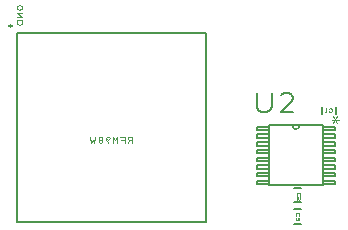
<source format=gbr>
%FSLAX35Y35*%
%MOIN*%
G04 EasyPC Gerber Version 18.0.8 Build 3632 *
%ADD10C,0.00100*%
%ADD13C,0.00128*%
%ADD97C,0.00300*%
%ADD11C,0.00500*%
%ADD12C,0.00600*%
%ADD98C,0.00820*%
X0Y0D02*
D02*
D10*
X37857Y83281D02*
Y82031D01*
X38482Y82968D02*
X37232Y82343D01*
Y82968D02*
X38482Y82343D01*
X41070Y88302D02*
Y87833D01*
X41227*
X41539Y87990*
X41695Y88146*
X41852Y88459*
Y88771*
X41695Y89083*
X41539Y89240*
X41227Y89396*
X40602*
X40289Y89240*
X40133Y89083*
X39977Y88771*
Y88459*
X40133Y88146*
X40289Y87990*
X40602Y87833*
X41852Y86896D02*
X39977D01*
X41852Y85333*
X39977*
X41852Y84396D02*
X39977D01*
Y83459*
X40133Y83146*
X40289Y82990*
X40602Y82833*
X41227*
X41539Y82990*
X41695Y83146*
X41852Y83459*
Y84396*
X78543Y43637D02*
Y45512D01*
X77449*
X77136Y45356*
X76980Y45044*
X77136Y44731*
X77449Y44575*
X78543*
X77449D02*
X76980Y43637D01*
X76043D02*
Y45512D01*
X74480*
X74793Y44575D02*
X76043D01*
X73543Y43637D02*
Y45512D01*
X72761Y44575*
X71980Y45512*
Y43637*
X70574D02*
X70261Y43794D01*
X69949Y44106*
X69793Y44575*
Y45044*
X69949Y45356*
X70261Y45512*
X70574*
X70886Y45356*
X71043Y45044*
X70886Y44731*
X70574Y44575*
X70261*
X69949Y44731*
X69793Y45044*
X68074Y44575D02*
X67761D01*
X67449Y44731*
X67293Y45044*
X67449Y45356*
X67761Y45512*
X68074*
X68386Y45356*
X68543Y45044*
X68386Y44731*
X68074Y44575*
X68386Y44419*
X68543Y44106*
X68386Y43794*
X68074Y43637*
X67761*
X67449Y43794*
X67293Y44106*
X67449Y44419*
X67761Y44575*
X66043Y45512D02*
X65886Y43637D01*
X65261Y44575*
X64636Y43637*
X64480Y45512*
D02*
D11*
X103054Y80169D02*
Y17176D01*
X40062*
Y80169*
X103054*
D02*
D12*
X120041Y30913D02*
X124141D01*
Y29813*
X120041*
Y30913*
Y33513D02*
X124141D01*
Y32313*
X120041*
Y33513*
Y36113D02*
X124141D01*
Y34913*
X120041*
Y36113*
Y38613D02*
X124141D01*
Y37413*
X120041*
Y38613*
Y41213D02*
X124141D01*
Y40013*
X120041*
Y41213*
Y43713D02*
X124141D01*
Y42513*
X120041*
Y43713*
Y46313D02*
X124141D01*
Y45113*
X120041*
Y46313*
Y48813D02*
X124141D01*
Y47713*
X120041*
Y48813*
X126441Y49313D02*
X139641D01*
X134241D02*
G75*
G02X131841I-1200D01*
G01*
X134241D02*
G75*
G02X131841I-1200D01*
G01*
X134721Y16608D02*
X132359D01*
X134721Y21333D02*
X132359D01*
X134846Y23722D02*
X132483D01*
X134846Y28446D02*
X132483D01*
X139641Y29313D02*
X126441D01*
X141661Y55346D02*
Y52984D01*
X141941Y49313D02*
Y29313D01*
X124141*
Y49313*
X141941*
X146041Y29813D02*
X141941D01*
Y30913*
X146041*
Y29813*
Y32313D02*
X141941D01*
Y33513*
X146041*
Y32313*
Y34913D02*
X141941D01*
Y36113*
X146041*
Y34913*
Y37413D02*
X141941D01*
Y38613*
X146041*
Y37413*
Y40013D02*
X141941D01*
Y41213*
X146041*
Y40013*
Y42513D02*
X141941D01*
Y43713*
X146041*
Y42513*
Y45113D02*
X141941D01*
Y46313*
X146041*
Y45113*
Y47713D02*
X141941D01*
Y48813*
X146041*
Y47713*
X146385Y55346D02*
Y52984D01*
D02*
D13*
X134038Y19219D02*
X134138Y19319D01*
X134238Y19519*
Y19819*
X134138Y20019*
X134038Y20119*
X133838Y20219*
X133438*
X133238Y20119*
X133138Y20019*
X133038Y19819*
Y19519*
X133138Y19319*
X133238Y19219*
X134138Y18519D02*
X134238Y18319D01*
Y18119*
X134138Y17919*
X133938Y17819*
X133738Y17919*
X133638Y18119*
Y18319*
Y18119D02*
X133538Y17919D01*
X133338Y17819*
X133138Y17919*
X133038Y18119*
Y18319*
X133138Y18519*
X134288Y25958D02*
X134388Y26058D01*
X134488Y26258*
Y26558*
X134388Y26758*
X134288Y26858*
X134088Y26958*
X133688*
X133488Y26858*
X133388Y26758*
X133288Y26558*
Y26258*
X133388Y26058*
X133488Y25958*
X134388Y25358D02*
X134488Y25158D01*
Y24858*
X134388Y24658*
X134188Y24558*
X134088*
X133888Y24658*
X133788Y24858*
Y25358*
X133288*
Y24558*
X144022Y54041D02*
X144122Y53941D01*
X144322Y53841*
X144622*
X144822Y53941*
X144922Y54041*
X145022Y54241*
Y54641*
X144922Y54841*
X144822Y54941*
X144622Y55041*
X144322*
X144122Y54941*
X144022Y54841*
X143222Y53841D02*
X142822D01*
X143022D02*
Y55041D01*
X143222Y54841*
D02*
D97*
X147441Y51301D02*
X144941D01*
X146815Y50051D02*
X145565Y52551D01*
X146815D02*
X145565Y50051D01*
X147441Y51301D02*
X144941D01*
X146815Y50051D02*
X145565Y52551D01*
X146815D02*
X145565Y50051D01*
D02*
D98*
X119936Y60105D02*
Y55493D01*
X120449Y54468*
X121474Y53955*
X123524*
X124549Y54468*
X125061Y55493*
Y60105*
X132236Y53955D02*
X128136D01*
X131724Y57543*
X132236Y58568*
X131724Y59593*
X130699Y60105*
X129161*
X128136Y59593*
X0Y0D02*
M02*

</source>
